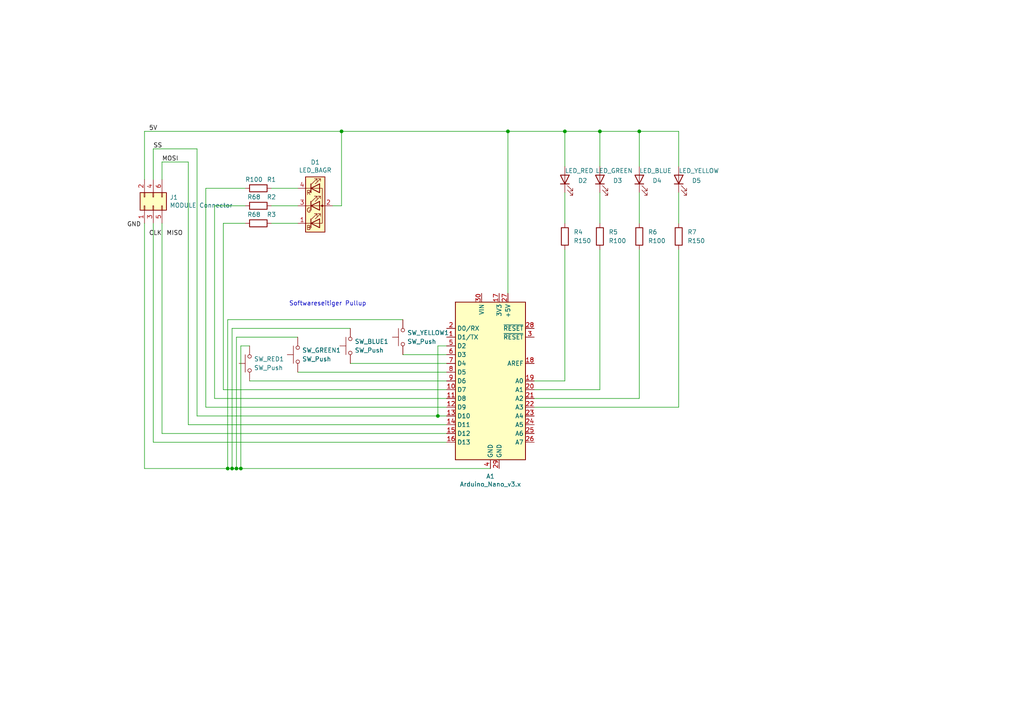
<source format=kicad_sch>
(kicad_sch (version 20211123) (generator eeschema)
  (paper "A4")
  (title_block (title "Schaltplan Modul SimonSays (05)") (date "14.12.2022"))
  (lib_symbols
    (symbol "Connector_Generic:Conn_02x03_Odd_Even" (pin_names (offset 1.016) hide)
      (property "Reference" "J" (at 1.27 5.08 0))
      (property "Value" "Conn_02x03_Odd_Even" (at 1.27 -5.08 0))
      (symbol "Conn_02x03_Odd_Even_1_1"
        (rectangle (start -1.27 -2.413) (end 0 -2.667) (stroke (width 0.1524)))
        (rectangle (start -1.27 0.127) (end 0 -0.127) (stroke (width 0.1524)))
        (rectangle (start -1.27 2.667) (end 0 2.413) (stroke (width 0.1524)))
        (rectangle (start -1.27 3.81) (end 3.81 -3.81) (stroke (width 0.254)) (fill (type background)))
        (rectangle (start 3.81 -2.413) (end 2.54 -2.667) (stroke (width 0.1524)))
        (rectangle (start 3.81 0.127) (end 2.54 -0.127) (stroke (width 0.1524)))
        (rectangle (start 3.81 2.667) (end 2.54 2.413) (stroke (width 0.1524)))
        (pin passive line (at -5.08 2.54 0) (length 3.81) (name "Pin_1") (number "1"))
        (pin passive line (at 7.62 2.54 180) (length 3.81) (name "Pin_2") (number "2"))
        (pin passive line (at -5.08 0 0) (length 3.81) (name "Pin_3") (number "3"))
        (pin passive line (at 7.62 0 180) (length 3.81) (name "Pin_4") (number "4"))
        (pin passive line (at -5.08 -2.54 0) (length 3.81) (name "Pin_5") (number "5"))
        (pin passive line (at 7.62 -2.54 180) (length 3.81) (name "Pin_6") (number "6"))
      )
    )
    (symbol "Device:LED" (pin_numbers hide) (pin_names (offset 1.016) hide)
      (property "Reference" "D" (at 0 2.54 0))
      (property "Value" "LED" (at 0 -2.54 0))
      (symbol "LED_0_1"
        (polyline (pts (xy -1.27 -1.27) (xy -1.27 1.27)) (stroke (width 0.254)))
        (polyline (pts (xy -1.27 0) (xy 1.27 0)))
        (polyline (pts (xy 1.27 -1.27) (xy 1.27 1.27) (xy -1.27 0) (xy 1.27 -1.27)) (stroke (width 0.254)))
        (polyline (pts (xy -3.048 -0.762) (xy -4.572 -2.286) (xy -3.81 -2.286) (xy -4.572 -2.286) (xy -4.572 -1.524)))
        (polyline (pts (xy -1.778 -0.762) (xy -3.302 -2.286) (xy -2.54 -2.286) (xy -3.302 -2.286) (xy -3.302 -1.524)))
      )
      (symbol "LED_1_1"
        (pin passive line (at -3.81 0 0) (length 2.54) (name "K") (number "1"))
        (pin passive line (at 3.81 0 180) (length 2.54) (name "A") (number "2"))
      )
    )
    (symbol "Device:LED_BAGR" (pin_names (offset 0) hide)
      (property "Reference" "D" (at 0 9.398 0))
      (property "Value" "LED_BAGR" (at 0 -8.89 0))
      (symbol "LED_BAGR_0_0"
        (text "B" (at -1.905 -6.35 0) (effects (font (size 1.27 1.27))))
        (text "G" (at -1.905 -1.27 0) (effects (font (size 1.27 1.27))))
        (text "R" (at -1.905 3.81 0) (effects (font (size 1.27 1.27))))
      )
      (symbol "LED_BAGR_0_1"
        (polyline (pts (xy -1.27 -5.08) (xy -2.54 -5.08)))
        (polyline (pts (xy -1.27 -5.08) (xy 1.27 -5.08)))
        (polyline (pts (xy -1.27 -3.81) (xy -1.27 -6.35)) (stroke (width 0.254)))
        (polyline (pts (xy -1.27 0) (xy -2.54 0)))
        (polyline (pts (xy -1.27 1.27) (xy -1.27 -1.27)) (stroke (width 0.254)))
        (polyline (pts (xy -1.27 5.08) (xy -2.54 5.08)))
        (polyline (pts (xy -1.27 5.08) (xy 1.27 5.08)))
        (polyline (pts (xy -1.27 6.35) (xy -1.27 3.81)) (stroke (width 0.254)))
        (polyline (pts (xy 1.27 0) (xy -1.27 0)))
        (polyline (pts (xy 1.27 0) (xy 2.54 0)))
        (polyline (pts (xy -1.27 1.27) (xy -1.27 -1.27) (xy -1.27 -1.27)))
        (polyline (pts (xy -1.27 6.35) (xy -1.27 3.81) (xy -1.27 3.81)))
        (polyline (pts (xy 1.27 -5.08) (xy 2.032 -5.08) (xy 2.032 5.08) (xy 1.27 5.08)))
        (polyline (pts (xy 1.27 -3.81) (xy 1.27 -6.35) (xy -1.27 -5.08) (xy 1.27 -3.81)) (stroke (width 0.254)))
        (polyline (pts (xy 1.27 1.27) (xy 1.27 -1.27) (xy -1.27 0) (xy 1.27 1.27)) (stroke (width 0.254)))
        (polyline (pts (xy 1.27 6.35) (xy 1.27 3.81) (xy -1.27 5.08) (xy 1.27 6.35)) (stroke (width 0.254)))
        (polyline (pts (xy -1.016 -3.81) (xy 0.508 -2.286) (xy -0.254 -2.286) (xy 0.508 -2.286) (xy 0.508 -3.048)))
        (polyline (pts (xy -1.016 1.27) (xy 0.508 2.794) (xy -0.254 2.794) (xy 0.508 2.794) (xy 0.508 2.032)))
        (polyline (pts (xy -1.016 6.35) (xy 0.508 7.874) (xy -0.254 7.874) (xy 0.508 7.874) (xy 0.508 7.112)))
        (polyline (pts (xy 0 -3.81) (xy 1.524 -2.286) (xy 0.762 -2.286) (xy 1.524 -2.286) (xy 1.524 -3.048)))
        (polyline (pts (xy 0 1.27) (xy 1.524 2.794) (xy 0.762 2.794) (xy 1.524 2.794) (xy 1.524 2.032)))
        (polyline (pts (xy 0 6.35) (xy 1.524 7.874) (xy 0.762 7.874) (xy 1.524 7.874) (xy 1.524 7.112)))
        (rectangle (start 1.27 -1.27) (end 1.27 1.27))
        (rectangle (start 1.27 1.27) (end 1.27 1.27))
        (rectangle (start 1.27 3.81) (end 1.27 6.35))
        (rectangle (start 1.27 6.35) (end 1.27 6.35))
        (circle (center 2.032 0) (radius 0.254) (fill (type outline)))
        (rectangle (start 2.794 8.382) (end -2.794 -7.62) (stroke (width 0.254)) (fill (type background)))
      )
      (symbol "LED_BAGR_1_1"
        (pin passive line (at -5.08 -5.08 0) (length 2.54) (name "BK") (number "1"))
        (pin passive line (at 5.08 0 180) (length 2.54) (name "A") (number "2"))
        (pin passive line (at -5.08 0 0) (length 2.54) (name "GK") (number "3"))
        (pin passive line (at -5.08 5.08 0) (length 2.54) (name "RK") (number "4"))
      )
    )
    (symbol "Device:R" (pin_numbers hide) (pin_names (offset 0))
      (property "Reference" "R" (at 2.032 0 90))
      (property "Value" "R" (at 0 0 90))
      (symbol "R_0_1"
        (rectangle (start -1.016 -2.54) (end 1.016 2.54) (stroke (width 0.254)))
      )
      (symbol "R_1_1"
        (pin passive line (at 0 3.81 270) (length 1.27) (name "~") (number "1"))
        (pin passive line (at 0 -3.81 90) (length 1.27) (name "~") (number "2"))
      )
    )
    (symbol "MCU_Module:Arduino_Nano_v3.x"
      (property "Reference" "A" (at -10.16 23.495 0))
      (property "Value" "Arduino_Nano_v3.x" (at 5.08 -24.13 0))
      (symbol "Arduino_Nano_v3.x_0_1"
        (rectangle (start -10.16 22.86) (end 10.16 -22.86) (stroke (width 0.254)) (fill (type background)))
      )
      (symbol "Arduino_Nano_v3.x_1_1"
        (pin bidirectional line (at -12.7 12.7 0) (length 2.54) (name "D1/TX") (number "1"))
        (pin bidirectional line (at -12.7 -2.54 0) (length 2.54) (name "D7") (number "10"))
        (pin bidirectional line (at -12.7 -5.08 0) (length 2.54) (name "D8") (number "11"))
        (pin bidirectional line (at -12.7 -7.62 0) (length 2.54) (name "D9") (number "12"))
        (pin bidirectional line (at -12.7 -10.16 0) (length 2.54) (name "D10") (number "13"))
        (pin bidirectional line (at -12.7 -12.7 0) (length 2.54) (name "D11") (number "14"))
        (pin bidirectional line (at -12.7 -15.24 0) (length 2.54) (name "D12") (number "15"))
        (pin bidirectional line (at -12.7 -17.78 0) (length 2.54) (name "D13") (number "16"))
        (pin power_out line (at 2.54 25.4 270) (length 2.54) (name "3V3") (number "17"))
        (pin input line (at 12.7 5.08 180) (length 2.54) (name "AREF") (number "18"))
        (pin bidirectional line (at 12.7 0 180) (length 2.54) (name "A0") (number "19"))
        (pin bidirectional line (at -12.7 15.24 0) (length 2.54) (name "D0/RX") (number "2"))
        (pin bidirectional line (at 12.7 -2.54 180) (length 2.54) (name "A1") (number "20"))
        (pin bidirectional line (at 12.7 -5.08 180) (length 2.54) (name "A2") (number "21"))
        (pin bidirectional line (at 12.7 -7.62 180) (length 2.54) (name "A3") (number "22"))
        (pin bidirectional line (at 12.7 -10.16 180) (length 2.54) (name "A4") (number "23"))
        (pin bidirectional line (at 12.7 -12.7 180) (length 2.54) (name "A5") (number "24"))
        (pin bidirectional line (at 12.7 -15.24 180) (length 2.54) (name "A6") (number "25"))
        (pin bidirectional line (at 12.7 -17.78 180) (length 2.54) (name "A7") (number "26"))
        (pin power_out line (at 5.08 25.4 270) (length 2.54) (name "+5V") (number "27"))
        (pin input line (at 12.7 15.24 180) (length 2.54) (name "~{RESET}") (number "28"))
        (pin power_in line (at 2.54 -25.4 90) (length 2.54) (name "GND") (number "29"))
        (pin input line (at 12.7 12.7 180) (length 2.54) (name "~{RESET}") (number "3"))
        (pin power_in line (at -2.54 25.4 270) (length 2.54) (name "VIN") (number "30"))
        (pin power_in line (at 0 -25.4 90) (length 2.54) (name "GND") (number "4"))
        (pin bidirectional line (at -12.7 10.16 0) (length 2.54) (name "D2") (number "5"))
        (pin bidirectional line (at -12.7 7.62 0) (length 2.54) (name "D3") (number "6"))
        (pin bidirectional line (at -12.7 5.08 0) (length 2.54) (name "D4") (number "7"))
        (pin bidirectional line (at -12.7 2.54 0) (length 2.54) (name "D5") (number "8"))
        (pin bidirectional line (at -12.7 0 0) (length 2.54) (name "D6") (number "9"))
      )
    )
    (symbol "Switch:SW_Push" (pin_numbers hide) (pin_names (offset 1.016) hide)
      (property "Reference" "SW" (at 1.27 2.54 0))
      (property "Value" "SW_Push" (at 0 -1.524 0))
      (symbol "SW_Push_0_1"
        (circle (center -2.032 0) (radius 0.508))
        (polyline (pts (xy 0 1.27) (xy 0 3.048)))
        (polyline (pts (xy 2.54 1.27) (xy -2.54 1.27)))
        (circle (center 2.032 0) (radius 0.508))
        (pin passive line (at -5.08 0 0) (length 2.54) (name "1") (number "1"))
        (pin passive line (at 5.08 0 180) (length 2.54) (name "2") (number "2"))
      )
    )
  )
  (junction (at 69.85 135.89))
  (junction (at 127 120.65))
  (junction (at 66.04 135.89))
  (junction (at 147.32 38.1))
  (junction (at 67.31 135.89))
  (junction (at 68.58 135.89))
  (junction (at 173.99 38.1))
  (junction (at 99.06 38.1))
  (junction (at 185.42 38.1))
  (junction (at 163.83 38.1))
  (wire (pts (xy 41.91 64.77) (xy 41.91 135.89)))
  (wire (pts (xy 86.36 97.79) (xy 68.58 97.79)))
  (wire (pts (xy 46.99 125.73) (xy 129.54 125.73)))
  (wire (pts (xy 185.42 72.39) (xy 185.42 115.57)))
  (wire (pts (xy 41.91 38.1) (xy 99.06 38.1)))
  (wire (pts (xy 147.32 38.1) (xy 147.32 85.09)))
  (wire (pts (xy 72.39 100.33) (xy 69.85 100.33)))
  (wire (pts (xy 173.99 38.1) (xy 173.99 48.26)))
  (wire (pts (xy 62.23 59.69) (xy 62.23 115.57)))
  (wire (pts (xy 173.99 55.88) (xy 173.99 64.77)))
  (wire (pts (xy 59.69 118.11) (xy 129.54 118.11)))
  (wire (pts (xy 147.32 38.1) (xy 163.83 38.1)))
  (wire (pts (xy 44.45 128.27) (xy 129.54 128.27)))
  (wire (pts (xy 163.83 55.88) (xy 163.83 64.77)))
  (wire (pts (xy 62.23 59.69) (xy 71.12 59.69)))
  (wire (pts (xy 185.42 55.88) (xy 185.42 64.77)))
  (wire (pts (xy 127 120.65) (xy 129.54 120.65)))
  (wire (pts (xy 163.83 72.39) (xy 163.83 110.49)))
  (wire (pts (xy 46.99 64.77) (xy 46.99 125.73)))
  (wire (pts (xy 69.85 135.89) (xy 142.24 135.89)))
  (wire (pts (xy 66.04 92.71) (xy 66.04 135.89)))
  (wire (pts (xy 185.42 38.1) (xy 185.42 48.26)))
  (wire (pts (xy 163.83 38.1) (xy 173.99 38.1)))
  (wire (pts (xy 41.91 52.07) (xy 41.91 38.1)))
  (wire (pts (xy 64.77 64.77) (xy 64.77 113.03)))
  (wire (pts (xy 99.06 38.1) (xy 147.32 38.1)))
  (wire (pts (xy 44.45 43.18) (xy 57.15 43.18)))
  (wire (pts (xy 116.84 92.71) (xy 66.04 92.71)))
  (wire (pts (xy 66.04 135.89) (xy 67.31 135.89)))
  (wire (pts (xy 196.85 38.1) (xy 196.85 48.26)))
  (wire (pts (xy 116.84 102.87) (xy 129.54 102.87)))
  (wire (pts (xy 62.23 115.57) (xy 129.54 115.57)))
  (wire (pts (xy 46.99 46.99) (xy 54.61 46.99)))
  (wire (pts (xy 72.39 110.49) (xy 129.54 110.49)))
  (wire (pts (xy 78.74 64.77) (xy 86.36 64.77)))
  (wire (pts (xy 96.52 59.69) (xy 99.06 59.69)))
  (wire (pts (xy 69.85 100.33) (xy 69.85 135.89)))
  (wire (pts (xy 67.31 95.25) (xy 67.31 135.89)))
  (wire (pts (xy 64.77 64.77) (xy 71.12 64.77)))
  (wire (pts (xy 68.58 135.89) (xy 69.85 135.89)))
  (wire (pts (xy 54.61 46.99) (xy 54.61 123.19)))
  (wire (pts (xy 57.15 43.18) (xy 57.15 120.65)))
  (wire (pts (xy 173.99 72.39) (xy 173.99 113.03)))
  (wire (pts (xy 57.15 120.65) (xy 127 120.65)))
  (wire (pts (xy 154.94 118.11) (xy 196.85 118.11)))
  (wire (pts (xy 64.77 113.03) (xy 129.54 113.03)))
  (wire (pts (xy 196.85 72.39) (xy 196.85 118.11)))
  (wire (pts (xy 99.06 59.69) (xy 99.06 38.1)))
  (wire (pts (xy 154.94 113.03) (xy 173.99 113.03)))
  (wire (pts (xy 59.69 54.61) (xy 71.12 54.61)))
  (wire (pts (xy 44.45 52.07) (xy 44.45 43.18)))
  (wire (pts (xy 59.69 54.61) (xy 59.69 118.11)))
  (wire (pts (xy 101.6 105.41) (xy 129.54 105.41)))
  (wire (pts (xy 67.31 135.89) (xy 68.58 135.89)))
  (wire (pts (xy 127 120.65) (xy 127 100.33)))
  (wire (pts (xy 41.91 135.89) (xy 66.04 135.89)))
  (wire (pts (xy 86.36 107.95) (xy 129.54 107.95)))
  (wire (pts (xy 78.74 54.61) (xy 86.36 54.61)))
  (wire (pts (xy 127 100.33) (xy 129.54 100.33)))
  (wire (pts (xy 54.61 123.19) (xy 129.54 123.19)))
  (wire (pts (xy 44.45 64.77) (xy 44.45 128.27)))
  (wire (pts (xy 185.42 38.1) (xy 196.85 38.1)))
  (wire (pts (xy 154.94 110.49) (xy 163.83 110.49)))
  (wire (pts (xy 101.6 95.25) (xy 67.31 95.25)))
  (wire (pts (xy 154.94 115.57) (xy 185.42 115.57)))
  (wire (pts (xy 68.58 97.79) (xy 68.58 135.89)))
  (wire (pts (xy 196.85 55.88) (xy 196.85 64.77)))
  (wire (pts (xy 173.99 38.1) (xy 185.42 38.1)))
  (wire (pts (xy 78.74 59.69) (xy 86.36 59.69)))
  (wire (pts (xy 46.99 52.07) (xy 46.99 46.99)))
  (wire (pts (xy 163.83 38.1) (xy 163.83 48.26)))
  (text "Softwareseitiger Pullup\n" (at 83.82 88.9 0) (effects (font (size 1.27 1.27)) (justify left bottom)))
  (label "SS" (at 44.45 43.18 0))
  (label "CLK" (at 43.18 68.58 0))
  (label "MISO" (at 48.26 68.58 0))
  (label "5V" (at 43.18 38.1 0))
  (label "GND" (at 36.83 66.04 0))
  (label "MOSI" (at 46.99 46.99 0))
  (symbol (lib_id "Connector_Generic:Conn_02x03_Odd_Even") (at 44.45 59.69 90) (unit 1)
    (property "Reference" "J1" (at 49.2252 57.2516 90) (effects (justify right)))
    (property "Value" "MODULE Connector" (at 49.2252 59.563 90) (effects (justify right)))
  )
  (symbol (lib_id "MCU_Module:Arduino_Nano_v3.x") (at 142.24 110.49 0) (unit 1)
    (property "Reference" "A1" (at 142.24 138.1506 0))
    (property "Value" "Arduino_Nano_v3.x" (at 142.24 140.462 0))
    (property "Footprint" "Module:Arduino_Nano" (effects hide))
    (property "Datasheet" "http://www.mouser.com/pdfdocs/Gravitech_Arduino_Nano3_0.pdf" (effects hide))
  )
  (symbol (lib_id "Device:LED_BAGR") (at 91.44 59.69 0) (unit 1)
    (property "Reference" "D1" (at 91.44 47.0662 0))
    (property "Value" "LED_BAGR" (at 91.44 49.3776 0))
  )
  (symbol (lib_id "Device:R") (at 74.93 59.69 270) (unit 1)
    (property "Reference" "R2" (at 78.74 57.15 90))
    (property "Value" "R68" (at 73.66 57.15 90))
  )
  (symbol (lib_id "Device:R") (at 74.93 64.77 270) (unit 1)
    (property "Reference" "R3" (at 78.74 62.23 90))
    (property "Value" "R68" (at 73.66 62.23 90))
  )
  (symbol (lib_id "Device:LED") (at 163.83 52.07 90) (unit 1)
    (property "Reference" "D2" (at 167.64 52.3874 90) (effects (justify right)))
    (property "Value" "LED_RED" (at 163.83 49.53 90) (effects (justify right)))
  )
  (symbol (lib_id "Switch:SW_Push") (at 101.6 100.33 90) (unit 1)
    (property "Reference" "SW_BLUE1" (at 102.87 99.0599 90) (effects (justify right)))
    (property "Value" "SW_Push" (at 102.87 101.5999 90) (effects (justify right)))
  )
  (symbol (lib_id "Device:R") (at 173.99 68.58 0) (unit 1)
    (property "Reference" "R5" (at 176.53 67.3099 0) (effects (justify left)))
    (property "Value" "R100" (at 176.53 69.8499 0) (effects (justify left)))
  )
  (symbol (lib_id "Switch:SW_Push") (at 72.39 105.41 90) (unit 1)
    (property "Reference" "SW_RED1" (at 73.66 104.1399 90) (effects (justify right)))
    (property "Value" "SW_Push" (at 73.66 106.6799 90) (effects (justify right)))
  )
  (symbol (lib_id "Switch:SW_Push") (at 86.36 102.87 90) (unit 1)
    (property "Reference" "SW_GREEN1" (at 87.63 101.5999 90) (effects (justify right)))
    (property "Value" "SW_Push" (at 87.63 104.1399 90) (effects (justify right)))
  )
  (symbol (lib_id "Device:R") (at 74.93 54.61 270) (unit 1)
    (property "Reference" "R1" (at 78.74 52.07 90))
    (property "Value" "R100" (at 73.66 52.07 90))
  )
  (symbol (lib_id "Switch:SW_Push") (at 116.84 97.79 90) (unit 1)
    (property "Reference" "SW_YELLOW1" (at 118.11 96.5199 90) (effects (justify right)))
    (property "Value" "SW_Push" (at 118.11 99.0599 90) (effects (justify right)))
  )
  (symbol (lib_id "Device:R") (at 163.83 68.58 0) (unit 1)
    (property "Reference" "R4" (at 166.37 67.3099 0) (effects (justify left)))
    (property "Value" "R150" (at 166.37 69.8499 0) (effects (justify left)))
  )
  (symbol (lib_id "Device:LED") (at 173.99 52.07 90) (unit 1)
    (property "Reference" "D3" (at 177.8 52.3874 90) (effects (justify right)))
    (property "Value" "LED_GREEN" (at 172.72 49.53 90) (effects (justify right)))
  )
  (symbol (lib_id "Device:R") (at 196.85 68.58 0) (unit 1)
    (property "Reference" "R7" (at 199.39 67.3099 0) (effects (justify left)))
    (property "Value" "R150" (at 199.39 69.8499 0) (effects (justify left)))
  )
  (symbol (lib_id "Device:LED") (at 196.85 52.07 90) (unit 1)
    (property "Reference" "D5" (at 200.66 52.3874 90) (effects (justify right)))
    (property "Value" "LED_YELLOW" (at 196.85 49.53 90) (effects (justify right)))
  )
  (symbol (lib_id "Device:R") (at 185.42 68.58 0) (unit 1)
    (property "Reference" "R6" (at 187.96 67.3099 0) (effects (justify left)))
    (property "Value" "R100" (at 187.96 69.8499 0) (effects (justify left)))
  )
  (symbol (lib_id "Device:LED") (at 185.42 52.07 90) (unit 1)
    (property "Reference" "D4" (at 189.23 52.3874 90) (effects (justify right)))
    (property "Value" "LED_BLUE" (at 185.42 49.53 90) (effects (justify right)))
  )
)
</source>
